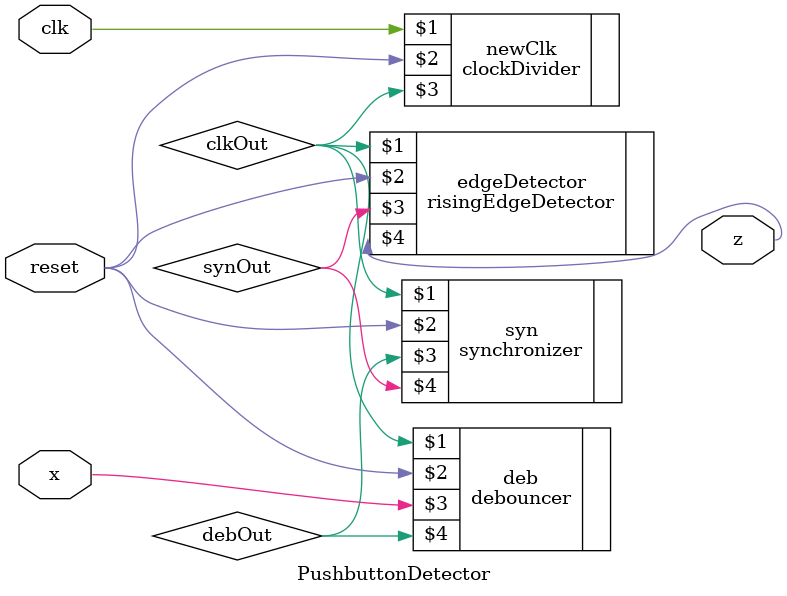
<source format=v>
`timescale 1ns / 1ps


module PushbuttonDetector(input clk, reset, x, output z);
    wire clkOut;
    wire debOut, synOut;
    clockDivider #(500000) newClk(clk, reset, clkOut);
    debouncer deb(clkOut, reset, x, debOut);
    synchronizer syn(clkOut, reset, debOut, synOut);
    risingEdgeDetector edgeDetector(clkOut, reset, synOut, z);
endmodule

</source>
